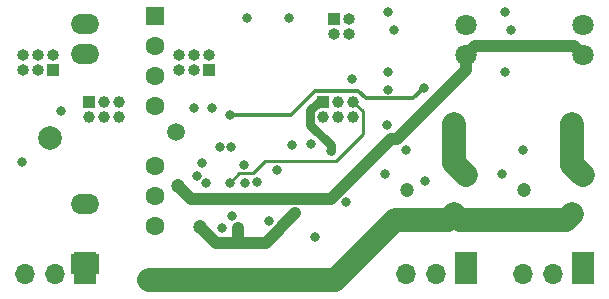
<source format=gbr>
%TF.GenerationSoftware,KiCad,Pcbnew,(5.1.10)-1*%
%TF.CreationDate,2022-01-17T02:07:02+07:00*%
%TF.ProjectId,Power_manager_v3,506f7765-725f-46d6-916e-616765725f76,rev?*%
%TF.SameCoordinates,Original*%
%TF.FileFunction,Copper,L2,Inr*%
%TF.FilePolarity,Positive*%
%FSLAX46Y46*%
G04 Gerber Fmt 4.6, Leading zero omitted, Abs format (unit mm)*
G04 Created by KiCad (PCBNEW (5.1.10)-1) date 2022-01-17 02:07:02*
%MOMM*%
%LPD*%
G01*
G04 APERTURE LIST*
%TA.AperFunction,ComponentPad*%
%ADD10C,1.000000*%
%TD*%
%TA.AperFunction,ComponentPad*%
%ADD11R,1.000000X1.000000*%
%TD*%
%TA.AperFunction,ComponentPad*%
%ADD12C,1.600000*%
%TD*%
%TA.AperFunction,ComponentPad*%
%ADD13R,1.600000X1.600000*%
%TD*%
%TA.AperFunction,ComponentPad*%
%ADD14R,2.400000X1.700000*%
%TD*%
%TA.AperFunction,ComponentPad*%
%ADD15O,2.400000X1.700000*%
%TD*%
%TA.AperFunction,ComponentPad*%
%ADD16O,1.700000X1.700000*%
%TD*%
%TA.AperFunction,ComponentPad*%
%ADD17R,1.900000X2.700000*%
%TD*%
%TA.AperFunction,ComponentPad*%
%ADD18O,1.000000X1.000000*%
%TD*%
%TA.AperFunction,ComponentPad*%
%ADD19C,1.500000*%
%TD*%
%TA.AperFunction,ComponentPad*%
%ADD20O,1.600000X1.600000*%
%TD*%
%TA.AperFunction,ComponentPad*%
%ADD21C,2.000000*%
%TD*%
%TA.AperFunction,ComponentPad*%
%ADD22C,1.800000*%
%TD*%
%TA.AperFunction,ComponentPad*%
%ADD23R,1.800000X1.800000*%
%TD*%
%TA.AperFunction,ViaPad*%
%ADD24C,0.800000*%
%TD*%
%TA.AperFunction,ViaPad*%
%ADD25C,1.200000*%
%TD*%
%TA.AperFunction,ViaPad*%
%ADD26C,1.000000*%
%TD*%
%TA.AperFunction,Conductor*%
%ADD27C,1.000000*%
%TD*%
%TA.AperFunction,Conductor*%
%ADD28C,2.000000*%
%TD*%
%TA.AperFunction,Conductor*%
%ADD29C,0.800000*%
%TD*%
%TA.AperFunction,Conductor*%
%ADD30C,0.300000*%
%TD*%
%TA.AperFunction,Conductor*%
%ADD31C,0.250000*%
%TD*%
G04 APERTURE END LIST*
D10*
%TO.N,/Int*%
%TO.C,U7*%
X104191000Y-84887000D03*
%TO.N,/+5V_valid*%
X104191000Y-83617000D03*
%TO.N,/I2C_SCL*%
X102921000Y-84887000D03*
%TO.N,/I2C_SDA*%
X102921000Y-83617000D03*
%TO.N,GNDPWR*%
X101651000Y-84887000D03*
D11*
%TO.N,+3.3VP*%
X101651000Y-83617000D03*
D10*
%TO.N,GND1*%
X84379000Y-84887000D03*
%TO.N,+5P*%
X84379000Y-83617000D03*
%TO.N,/scl0*%
X83109000Y-84887000D03*
%TO.N,/sda0*%
X83109000Y-83617000D03*
%TO.N,/I2C_Int*%
X81839000Y-84887000D03*
D11*
%TO.N,/+5V_state*%
X81839000Y-83617000D03*
%TD*%
D12*
%TO.N,Net-(JP6-Pad1)*%
%TO.C,U4*%
X87427000Y-94158000D03*
%TO.N,GNDPWR*%
X87427000Y-91618000D03*
%TO.N,Net-(JP5-Pad1)*%
X87436500Y-89078000D03*
%TO.N,/+5V_state*%
X87427000Y-83998000D03*
%TO.N,+5P*%
X87427000Y-81458000D03*
%TO.N,GND1*%
X87427000Y-78918000D03*
D13*
%TO.N,Net-(C6-Pad2)*%
X87427000Y-76378000D03*
%TD*%
D14*
%TO.N,Net-(J1-Pad1)*%
%TO.C,U1*%
X81458000Y-97333000D03*
D15*
%TO.N,Net-(J1-Pad3)*%
X81458000Y-92253000D03*
%TO.N,+5V*%
X81458000Y-79553000D03*
%TO.N,GND1*%
X81458000Y-77013000D03*
%TD*%
D16*
%TO.N,/Load2N*%
%TO.C,J4*%
X118542000Y-98222000D03*
%TO.N,N/C*%
X121082000Y-98222000D03*
D17*
%TO.N,Net-(J4-Pad1)*%
X123622000Y-97714000D03*
%TD*%
D16*
%TO.N,/Load1N*%
%TO.C,J3*%
X108636000Y-98222000D03*
%TO.N,N/C*%
X111176000Y-98222000D03*
D17*
%TO.N,Net-(J3-Pad1)*%
X113716000Y-97714000D03*
%TD*%
D16*
%TO.N,Net-(J1-Pad3)*%
%TO.C,J1*%
X76378000Y-98222000D03*
%TO.N,N/C*%
X78918000Y-98222000D03*
D17*
%TO.N,Net-(J1-Pad1)*%
X81458000Y-97714000D03*
%TD*%
D18*
%TO.N,/nRst*%
%TO.C,JP4*%
X103810000Y-77902000D03*
%TO.N,GNDPWR*%
X103810000Y-76632000D03*
%TO.N,Net-(JP4-Pad2)*%
X102540000Y-77902000D03*
D11*
%TO.N,GNDPWR*%
X102540000Y-76632000D03*
%TD*%
D18*
%TO.N,/sda0*%
%TO.C,J6*%
X89459000Y-79680000D03*
%TO.N,/scl0*%
X89459000Y-80950000D03*
%TO.N,GND1*%
X90729000Y-79680000D03*
X90729000Y-80950000D03*
%TO.N,/I2C_Int*%
X91999000Y-79680000D03*
D11*
%TO.N,/+5V_state*%
X91999000Y-80950000D03*
%TD*%
D19*
%TO.N,Net-(KP1-Pad1)*%
%TO.C,KP1*%
X89205000Y-86157000D03*
%TD*%
D20*
%TO.N,Net-(F1-Pad2)*%
%TO.C,F1*%
X112700000Y-85522000D03*
D12*
%TO.N,AC*%
X112700000Y-93142000D03*
%TD*%
D21*
%TO.N,GND1*%
%TO.C,GND1*%
X78537000Y-86665000D03*
%TD*%
D22*
%TO.N,Net-(D3-Pad2)*%
%TO.C,U2*%
X113716000Y-77140000D03*
%TO.N,+5VP*%
X113716000Y-79680000D03*
%TO.N,Net-(F1-Pad2)*%
X113716000Y-89840000D03*
D23*
%TO.N,Net-(J3-Pad1)*%
X113716000Y-97460000D03*
%TD*%
D22*
%TO.N,Net-(D4-Pad2)*%
%TO.C,U3*%
X123622000Y-77140000D03*
%TO.N,+5VP*%
X123622000Y-79680000D03*
%TO.N,Net-(F2-Pad2)*%
X123622000Y-89840000D03*
D23*
%TO.N,Net-(J4-Pad1)*%
X123622000Y-97460000D03*
%TD*%
D18*
%TO.N,+5V*%
%TO.C,J2*%
X76251000Y-79680000D03*
X76251000Y-80950000D03*
%TO.N,GND1*%
X77521000Y-79680000D03*
X77521000Y-80950000D03*
%TO.N,+5P*%
X78791000Y-79680000D03*
D11*
X78791000Y-80950000D03*
%TD*%
D20*
%TO.N,Net-(F2-Pad2)*%
%TO.C,F2*%
X122733000Y-85522000D03*
D12*
%TO.N,AC*%
X122733000Y-93142000D03*
%TD*%
D24*
%TO.N,GNDPWR*%
X117018000Y-81077000D03*
D25*
X118669000Y-91110000D03*
X108763000Y-91110000D03*
D24*
X95174000Y-76505000D03*
X107112000Y-81077000D03*
X98730000Y-76505000D03*
X118589000Y-87681000D03*
X108683000Y-87681000D03*
X76124000Y-88697000D03*
X100960945Y-95063065D03*
X97057425Y-93755425D03*
X90729000Y-84125022D03*
X93978402Y-93274063D03*
D25*
%TO.N,+5VP*%
X89332000Y-90729000D03*
%TO.N,AC*%
X86919000Y-98730000D03*
%TO.N,+3.3VP*%
X91257678Y-94260868D03*
D24*
X102286000Y-87834000D03*
X94412000Y-94285000D03*
D26*
X99287627Y-93071744D03*
D24*
X104064000Y-81712000D03*
%TO.N,Net-(C9-Pad2)*%
X103571824Y-92141826D03*
%TO.N,Net-(C10-Pad1)*%
X106863013Y-89712998D03*
%TO.N,Net-(C11-Pad2)*%
X110282337Y-90352659D03*
%TO.N,Net-(C12-Pad1)*%
X116764000Y-89713000D03*
%TO.N,/L1_o1_nEn*%
X107112000Y-82601000D03*
X92888000Y-87500679D03*
%TO.N,/L1_o2_nEn*%
X93777000Y-84760000D03*
X110160000Y-82473998D03*
%TO.N,/SPI_MOSI*%
X91361034Y-88840237D03*
%TO.N,/SPI_MISO*%
X91764927Y-90528876D03*
%TO.N,/SPI_SCLK*%
X90960803Y-89882612D03*
%TO.N,/SPI_SSEL*%
X94936969Y-88973799D03*
%TO.N,/Int*%
X100662621Y-87172012D03*
X93899241Y-87490007D03*
%TO.N,Net-(C1-Pad1)*%
X107683500Y-77521000D03*
%TO.N,Net-(C2-Pad1)*%
X117589500Y-77559100D03*
%TO.N,Net-(D1-Pad1)*%
X107175500Y-75997000D03*
%TO.N,Net-(D2-Pad1)*%
X117081500Y-75997000D03*
%TO.N,+5V*%
X79425000Y-84379000D03*
%TO.N,Net-(C17-Pad2)*%
X93062000Y-94285000D03*
X92279000Y-84125020D03*
%TO.N,Net-(R27-Pad2)*%
X97737978Y-89373021D03*
X107096675Y-85632675D03*
%TO.N,/I2C_SDA*%
X96069875Y-90454535D03*
%TO.N,/I2C_SCL*%
X99024357Y-87311990D03*
X95030639Y-90502033D03*
%TO.N,/+5V_valid*%
X93777002Y-90475002D03*
%TD*%
D27*
%TO.N,+5VP*%
X122860000Y-78918000D02*
X123622000Y-79680000D01*
X114478000Y-78918000D02*
X122860000Y-78918000D01*
X113716000Y-79680000D02*
X114478000Y-78918000D01*
X113716000Y-80952792D02*
X113716000Y-79680000D01*
X107876792Y-86792000D02*
X113716000Y-80952792D01*
X107366000Y-86792000D02*
X107876792Y-86792000D01*
X102291991Y-91866009D02*
X107366000Y-86792000D01*
X90469009Y-91866009D02*
X102291991Y-91866009D01*
X89332000Y-90729000D02*
X90469009Y-91866009D01*
D28*
%TO.N,Net-(F1-Pad2)*%
X112700000Y-88824000D02*
X113716000Y-89840000D01*
X112700000Y-85522000D02*
X112700000Y-88824000D01*
%TO.N,AC*%
X122225000Y-93650000D02*
X122733000Y-93142000D01*
X113208000Y-93650000D02*
X122225000Y-93650000D01*
X112700000Y-93142000D02*
X113208000Y-93650000D01*
X112192000Y-93650000D02*
X112700000Y-93142000D01*
X107747000Y-93650000D02*
X112192000Y-93650000D01*
X102667000Y-98730000D02*
X107747000Y-93650000D01*
X86919000Y-98730000D02*
X102667000Y-98730000D01*
%TO.N,Net-(F2-Pad2)*%
X122733000Y-88951000D02*
X123622000Y-89840000D01*
X122733000Y-85522000D02*
X122733000Y-88951000D01*
D27*
%TO.N,+3.3VP*%
X91257678Y-94260868D02*
X92551810Y-95555000D01*
X94412000Y-95428000D02*
X94539000Y-95555000D01*
X94412000Y-94285000D02*
X94412000Y-95428000D01*
X92551810Y-95555000D02*
X94539000Y-95555000D01*
X99287627Y-93080874D02*
X99287627Y-93071744D01*
X94539000Y-95555000D02*
X96813501Y-95555000D01*
X96813501Y-95555000D02*
X99287627Y-93080874D01*
D29*
X101651000Y-83617000D02*
X101292998Y-83617000D01*
X100550999Y-85580388D02*
X102286000Y-87315389D01*
X100550999Y-84358999D02*
X100550999Y-85580388D01*
X102286000Y-87315389D02*
X102286000Y-87834000D01*
X101292998Y-83617000D02*
X100550999Y-84358999D01*
D30*
%TO.N,/L1_o2_nEn*%
X109282997Y-83351001D02*
X110160000Y-82473998D01*
X105275000Y-83351001D02*
X109282997Y-83351001D01*
X104651999Y-82728000D02*
X105275000Y-83351001D01*
X100952500Y-82728000D02*
X104651999Y-82728000D01*
X98920500Y-84760000D02*
X100952500Y-82728000D01*
X93777000Y-84760000D02*
X98920500Y-84760000D01*
D31*
%TO.N,/+5V_valid*%
X94553199Y-89698805D02*
X93777002Y-90475002D01*
X95696195Y-89698805D02*
X94553199Y-89698805D01*
X96746989Y-88648011D02*
X95696195Y-89698805D01*
X105016001Y-86347999D02*
X102715989Y-88648011D01*
X102715989Y-88648011D02*
X96746989Y-88648011D01*
X105016001Y-84442001D02*
X105016001Y-86347999D01*
X104191000Y-83617000D02*
X105016001Y-84442001D01*
%TD*%
M02*

</source>
